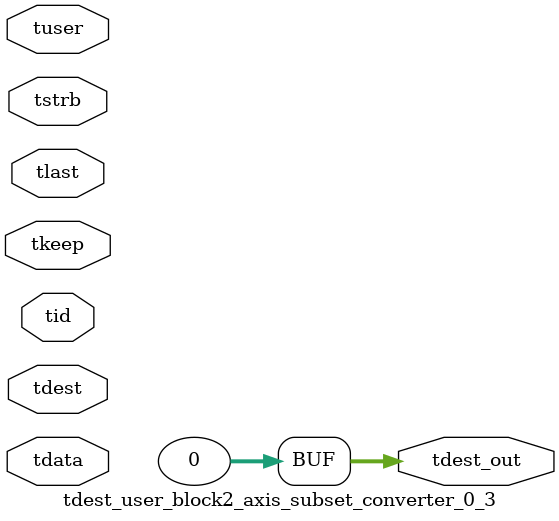
<source format=v>


`timescale 1ps/1ps

module tdest_user_block2_axis_subset_converter_0_3 #
(
parameter C_S_AXIS_TDATA_WIDTH = 32,
parameter C_S_AXIS_TUSER_WIDTH = 0,
parameter C_S_AXIS_TID_WIDTH   = 0,
parameter C_S_AXIS_TDEST_WIDTH = 0,
parameter C_M_AXIS_TDEST_WIDTH = 32
)
(
input  [(C_S_AXIS_TDATA_WIDTH == 0 ? 1 : C_S_AXIS_TDATA_WIDTH)-1:0     ] tdata,
input  [(C_S_AXIS_TUSER_WIDTH == 0 ? 1 : C_S_AXIS_TUSER_WIDTH)-1:0     ] tuser,
input  [(C_S_AXIS_TID_WIDTH   == 0 ? 1 : C_S_AXIS_TID_WIDTH)-1:0       ] tid,
input  [(C_S_AXIS_TDEST_WIDTH == 0 ? 1 : C_S_AXIS_TDEST_WIDTH)-1:0     ] tdest,
input  [(C_S_AXIS_TDATA_WIDTH/8)-1:0 ] tkeep,
input  [(C_S_AXIS_TDATA_WIDTH/8)-1:0 ] tstrb,
input                                                                    tlast,
output [C_M_AXIS_TDEST_WIDTH-1:0] tdest_out
);

assign tdest_out = {1'b0};

endmodule


</source>
